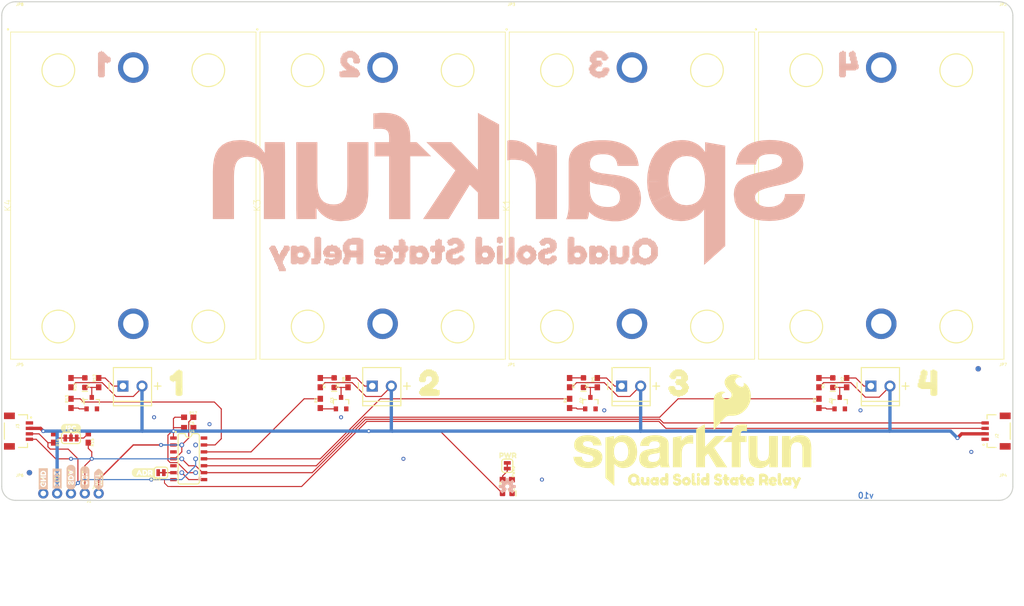
<source format=kicad_pcb>
(kicad_pcb (version 20211014) (generator pcbnew)
  (layers (0 "F.Cu" signal) (31 "B.Cu" signal) (34 "B.Paste" user) (35 "F.Paste" user) (36 "B.SilkS" user "B.Silkscreen") (37 "F.SilkS" user "F.Silkscreen") (38 "B.Mask" user) (39 "F.Mask" user) (44 "Edge.Cuts" user))
  (net 0 "")
  (net 1 "GND")
  (net 2 "SDA/MOSI")
  (net 3 "SCL/SCK")
  (net 4 "3.3V")
  (net 5 "~{RESET}")
  (net 6 "N$13")
  (net 7 "MISO")
  (net 8 "RELAY_CTRL1")
  (net 9 "RELAY_CTRL2")
  (net 10 "RELAY_CTRL3")
  (net 11 "RELAY_CTRL4")
  (net 12 "ADDR_JUMP")
  (net 13 "N$14")
  (net 14 "N$2")
  (net 15 "OPTO_1")
  (net 16 "N$10")
  (net 17 "N$7")
  (net 18 "N$1")
  (net 19 "OPTO_2")
  (net 20 "N$3")
  (net 21 "N$4")
  (net 22 "N$5")
  (net 23 "OPTO_3")
  (net 24 "N$6")
  (net 25 "N$8")
  (net 26 "N$9")
  (net 27 "OPTO_4")
  (net 28 "N$11")
  (net 29 "N$12")
  (net 30 "N$15")
  (net 31 "N$16")
  (footprint "boardEagle:STAND-OFF" (layer "F.Cu") (at 58.3311 127.8636)
    (fp_text reference "JP5" (at 0 -2.032) (layer "F.SilkS") (effects (font (size 0.512064 0.512064) (thickness 0.097536)) (justify left)))
    (fp_text value "STAND-OFF")
    (pad "" np_thru_hole circle (at 0 0) (size 3.302 3.302) (drill 3.302) (layers *.Cu *.Mask))
  )
  (footprint "boardEagle:!RST_I" (layer "F.Cu") (at 73.5711 149.0726 90)
    (fp_text reference "U$24" hide)
    (fp_text value "" hide)
  )
  (footprint "boardEagle:1X01_NO_SILK" (layer "F.Cu") (at 73.5711 149.4536)
    (fp_text reference "J4" (at -1.27 -1.143) (layer "F.SilkS") (effects (font (size 0.512064 0.512064) (thickness 0.097536)) (justify left)))
    (fp_text value "")
    (pad "1" thru_hole circle (at 0 0 90) (size 1.8796 1.8796) (drill 1.016) (layers *.Cu *.Mask) (net 5 "~{RESET}"))
  )
  (footprint "boardEagle:QUAD_SOLID_STATE_RELAY0" (layer "F.Cu") (at 168.8211 146.9136)
    (fp_text reference "U$3" hide)
    (fp_text value "" hide)
  )
  (footprint "boardEagle:STAND-OFF" (layer "F.Cu") (at 58.3311 61.8236)
    (fp_text reference "JP8" (at 0 -2.032) (layer "F.SilkS") (effects (font (size 0.512064 0.512064) (thickness 0.097536)) (justify left)))
    (fp_text value "STAND-OFF")
    (pad "" np_thru_hole circle (at 0 0) (size 3.302 3.302) (drill 3.302) (layers *.Cu *.Mask))
  )
  (footprint "boardEagle:0603" (layer "F.Cu") (at 90.0811 135.4836)
    (fp_text reference "R17" (at 0 -0.762) (layer "F.SilkS") (effects (font (size 0.512064 0.512064) (thickness 0.097536)) (justify left)))
    (fp_text value "4.7k")
    (pad "1" smd rect (at -0.85 0) (size 1.1 1) (layers "F.Cu" "F.Paste" "F.Mask") (net 4 "3.3V"))
    (pad "2" smd rect (at 0.85 0) (size 1.1 1) (layers "F.Cu" "F.Paste" "F.Mask") (net 5 "~{RESET}"))
  )
  (footprint "boardEagle:SDA_IO" (layer "F.Cu") (at 68.4911 148.8186 90)
    (fp_text reference "U$20" hide)
    (fp_text value "" hide)
  )
  (footprint "boardEagle:1X04_NO_SILK" (layer "F.Cu") (at 71.0311 149.4536 180)
    (fp_text reference "J1" (at -1.27 -1.397) (layer "F.SilkS") (effects (font (size 0.512064 0.512064) (thickness 0.097536)) (justify right)))
    (fp_text value "")
    (pad "1" thru_hole circle (at 0 0 270) (size 1.8796 1.8796) (drill 1.016) (layers *.Cu *.Mask) (net 3 "SCL/SCK"))
    (pad "2" thru_hole circle (at 2.54 0 270) (size 1.8796 1.8796) (drill 1.016) (layers *.Cu *.Mask) (net 2 "SDA/MOSI"))
    (pad "3" thru_hole circle (at 5.08 0 270) (size 1.8796 1.8796) (drill 1.016) (layers *.Cu *.Mask) (net 4 "3.3V"))
    (pad "4" thru_hole circle (at 7.62 0 270) (size 1.8796 1.8796) (drill 1.016) (layers *.Cu *.Mask) (net 1 "GND"))
  )
  (footprint "boardEagle:0603" (layer "F.Cu") (at 90.0811 137.3886)
    (fp_text reference "C5" (at 0 -0.762) (layer "F.SilkS") (effects (font (size 0.512064 0.512064) (thickness 0.097536)) (justify left)))
    (fp_text value "0.1uF")
    (pad "1" smd rect (at -0.85 0) (size 1.1 1) (layers "F.Cu" "F.Paste" "F.Mask") (net 4 "3.3V"))
    (pad "2" smd rect (at 0.85 0) (size 1.1 1) (layers "F.Cu" "F.Paste" "F.Mask") (net 1 "GND"))
  )
  (footprint "boardEagle:0603" (layer "F.Cu") (at 114.2111 129.1336 -90)
    (fp_text reference "R7" (at 0 -0.762 90) (layer "F.SilkS") (effects (font (size 0.512064 0.512064) (thickness 0.097536)) (justify right)))
    (fp_text value "1k")
    (pad "1" smd rect (at -0.85 0 270) (size 1.1 1) (layers "F.Cu" "F.Paste" "F.Mask") (net 25 "N$8"))
    (pad "2" smd rect (at 0.85 0 270) (size 1.1 1) (layers "F.Cu" "F.Paste" "F.Mask") (net 4 "3.3V"))
  )
  (footprint "boardEagle:JST04_1MM_RA" (layer "F.Cu") (at 60.8711 138.0236 -90)
    (fp_text reference "J3" (at -1.397 2.159 90) (layer "F.SilkS") (effects (font (size 0.512064 0.512064) (thickness 0.097536)) (justify right)))
    (fp_text value "Qwiic Right Angle")
    (pad "1" smd rect (at -1.5 0 270) (size 0.6 1.35) (layers "F.Cu" "F.Paste" "F.Mask") (net 1 "GND"))
    (pad "2" smd rect (at -0.5 0 270) (size 0.6 1.35) (layers "F.Cu" "F.Paste" "F.Mask") (net 4 "3.3V"))
    (pad "3" smd rect (at 0.5 0 270) (size 0.6 1.35) (layers "F.Cu" "F.Paste" "F.Mask") (net 2 "SDA/MOSI"))
    (pad "4" smd rect (at 1.5 0 270) (size 0.6 1.35) (layers "F.Cu" "F.Paste" "F.Mask") (net 3 "SCL/SCK"))
    (pad "NC1" smd rect (at 2.8 3.675 270) (size 1.2 2) (layers "F.Cu" "F.Paste" "F.Mask"))
    (pad "NC2" smd rect (at -2.8 3.675 270) (size 1.2 2) (layers "F.Cu" "F.Paste" "F.Mask"))
  )
  (footprint "boardEagle:STAND-OFF" (layer "F.Cu") (at 238.6711 148.1836)
    (fp_text reference "JP4" (at 0 -2.032) (layer "F.SilkS") (effects (font (size 0.512064 0.512064) (thickness 0.097536)) (justify left)))
    (fp_text value "STAND-OFF")
    (pad "" np_thru_hole circle (at 0 0) (size 3.302 3.302) (drill 3.302) (layers *.Cu *.Mask))
  )
  (footprint "boardEagle:0603" (layer "F.Cu") (at 148.5011 146.9136 180)
    (fp_text reference "R11" (at 0 -0.762) (layer "F.SilkS") (effects (font (size 0.512064 0.512064) (thickness 0.097536)) (justify right)))
    (fp_text value "1k")
    (pad "1" smd rect (at -0.85 0 180) (size 1.1 1) (layers "F.Cu" "F.Paste" "F.Mask") (net 6 "N$13"))
    (pad "2" smd rect (at 0.85 0 180) (size 1.1 1) (layers "F.Cu" "F.Paste" "F.Mask") (net 13 "N$14"))
  )
  (footprint "boardEagle:SSR-40DA-H" (layer "F.Cu") (at 125.6411 94.8436 90)
    (fp_text reference "K3" (at -3 -23 90) (layer "F.SilkS") (effects (font (size 1.176528 1.176528) (thickness 0.093472)) (justify left)))
    (fp_text value "Solid State Relay - 40A")
    (pad "3" thru_hole circle (at -34.925 1.595) (size 2.032 2.032) (drill 1.2) (layers *.Cu *.Mask) (net 4 "3.3V"))
    (pad "4" thru_hole rect (at -34.925 -1.905) (size 2.032 2.032) (drill 1.2) (layers *.Cu *.Mask) (net 24 "N$6"))
    (pad "H1" thru_hole circle (at -23.5 0 90) (size 5.6 5.6) (drill 3.73) (layers *.Cu *.Mask))
    (pad "H2" thru_hole circle (at 23.49 0 90) (size 5.6 5.6) (drill 3.73) (layers *.Cu *.Mask))
  )
  (footprint "boardEagle:STAND-OFF" (layer "F.Cu") (at 148.5011 127.8636)
    (fp_text reference "JP1" (at 0 -2.032) (layer "F.SilkS") (effects (font (size 0.512064 0.512064) (thickness 0.097536)) (justify left)))
    (fp_text value "STAND-OFF")
    (pad "" np_thru_hole circle (at 0 0) (size 3.302 3.302) (drill 3.302) (layers *.Cu *.Mask))
  )
  (footprint "boardEagle:SSR-40DA-H" (layer "F.Cu") (at 171.3611 94.8436 90)
    (fp_text reference "K1" (at -3 -23 90) (layer "F.SilkS") (effects (font (size 1.176528 1.176528) (thickness 0.093472)) (justify left)))
    (fp_text value "Solid State Relay - 40A")
    (pad "3" thru_hole circle (at -34.925 1.595) (size 2.032 2.032) (drill 1.2) (layers *.Cu *.Mask) (net 4 "3.3V"))
    (pad "4" thru_hole rect (at -34.925 -1.905) (size 2.032 2.032) (drill 1.2) (layers *.Cu *.Mask) (net 20 "N$3"))
    (pad "H1" thru_hole circle (at -23.5 0 90) (size 5.6 5.6) (drill 3.73) (layers *.Cu *.Mask))
    (pad "H2" thru_hole circle (at 23.49 0 90) (size 5.6 5.6) (drill 3.73) (layers *.Cu *.Mask))
  )
  (footprint "boardEagle:0603" (layer "F.Cu") (at 73.5711 129.1336 90)
    (fp_text reference "R12" (at 0 -0.762 90) (layer "F.SilkS") (effects (font (size 0.512064 0.512064) (thickness 0.097536)) (justify left)))
    (fp_text value "47")
    (pad "1" smd rect (at -0.85 0 90) (size 1.1 1) (layers "F.Cu" "F.Paste" "F.Mask") (net 26 "N$9"))
    (pad "2" smd rect (at 0.85 0 90) (size 1.1 1) (layers "F.Cu" "F.Paste" "F.Mask") (net 28 "N$11"))
  )
  (footprint "boardEagle:0603" (layer "F.Cu") (at 210.7311 129.1336 90)
    (fp_text reference "R2" (at 0 -0.762 90) (layer "F.SilkS") (effects (font (size 0.512064 0.512064) (thickness 0.097536)) (justify left)))
    (fp_text value "47")
    (pad "1" smd rect (at -0.85 0 90) (size 1.1 1) (layers "F.Cu" "F.Paste" "F.Mask") (net 14 "N$2"))
    (pad "2" smd rect (at 0.85 0 90) (size 1.1 1) (layers "F.Cu" "F.Paste" "F.Mask") (net 16 "N$10"))
  )
  (footprint "boardEagle:SFE_LOGO_NAME_FLAME_.4" (layer "F.Cu") (at 159.9311 148.1836)
    (fp_text reference "U$1" hide)
    (fp_text value "" hide)
  )
  (footprint "boardEagle:LED-0603" (layer "F.Cu") (at 148.5011 149.4536)
    (fp_text reference "D11" (at 0 -0.635) (layer "F.SilkS") (effects (font (size 0.512064 0.512064) (thickness 0.097536)) (justify left)))
    (fp_text value "RED")
    (pad "A" smd roundrect (at -0.877 0 270) (size 1 1) (layers "F.Cu" "F.Paste" "F.Mask") (roundrect_rratio 0.15) (net 4 "3.3V"))
    (pad "C" smd roundrect (at 0.877 0 270) (size 1 1) (layers "F.Cu" "F.Paste" "F.Mask") (roundrect_rratio 0.15) (net 6 "N$13"))
  )
  (footprint "boardEagle:44" (layer "F.Cu") (at 219.6211 129.1336)
    (fp_text reference "U$8" hide)
    (fp_text value "" hide)
  )
  (footprint "boardEagle:0603" (layer "F.Cu") (at 119.2911 129.1336 90)
    (fp_text reference "R8" (at 0 -0.762 90) (layer "F.SilkS") (effects (font (size 0.512064 0.512064) (thickness 0.097536)) (justify left)))
    (fp_text value "47")
    (pad "1" smd rect (at -0.85 0 90) (size 1.1 1) (layers "F.Cu" "F.Paste" "F.Mask") (net 22 "N$5"))
    (pad "2" smd rect (at 0.85 0 90) (size 1.1 1) (layers "F.Cu" "F.Paste" "F.Mask") (net 24 "N$6"))
  )
  (footprint "boardEagle:0603" (layer "F.Cu") (at 159.9311 129.1336 -90)
    (fp_text reference "R4" (at 0 -0.762 90) (layer "F.SilkS") (effects (font (size 0.512064 0.512064) (thickness 0.097536)) (justify right)))
    (fp_text value "1k")
    (pad "1" smd rect (at -0.85 0 270) (size 1.1 1) (layers "F.Cu" "F.Paste" "F.Mask") (net 21 "N$4"))
    (pad "2" smd rect (at 0.85 0 270) (size 1.1 1) (layers "F.Cu" "F.Paste" "F.Mask") (net 4 "3.3V"))
  )
  (footprint "boardEagle:LED-0603" (layer "F.Cu") (at 208.1911 129.1336 -90)
    (fp_text reference "D1" (at 0 -0.635 90) (layer "F.SilkS") (effects (font (size 0.512064 0.512064) (thickness 0.097536)) (justify right)))
    (fp_text value "BLUE")
    (pad "A" smd roundrect (at -0.877 0 180) (size 1 1) (layers "F.Cu" "F.Paste" "F.Mask") (roundrect_rratio 0.15) (net 17 "N$7"))
    (pad "C" smd roundrect (at 0.877 0 180) (size 1 1) (layers "F.Cu" "F.Paste" "F.Mask") (roundrect_rratio 0.15) (net 14 "N$2"))
  )
  (footprint "boardEagle:STAND-OFF" (layer "F.Cu") (at 238.6711 127.8636)
    (fp_text reference "JP7" (at 0 -2.032) (layer "F.SilkS") (effects (font (size 0.512064 0.512064) (thickness 0.097536)) (justify left)))
    (fp_text value "STAND-OFF")
    (pad "" np_thru_hole circle (at 0 0) (size 3.302 3.302) (drill 3.302) (layers *.Cu *.Mask))
  )
  (footprint "boardEagle:0603" (layer "F.Cu") (at 114.2111 132.9436 90)
    (fp_text reference "R9" (at 0 -0.762 90) (layer "F.SilkS") (effects (font (size 0.512064 0.512064) (thickness 0.097536)) (justify left)))
    (fp_text value "1k")
    (pad "1" smd rect (at -0.85 0 90) (size 1.1 1) (layers "F.Cu" "F.Paste" "F.Mask") (net 23 "OPTO_3"))
    (pad "2" smd rect (at 0.85 0 90) (size 1.1 1) (layers "F.Cu" "F.Paste" "F.Mask") (net 10 "RELAY_CTRL3"))
  )
  (footprint "boardEagle:STAND-OFF" (layer "F.Cu") (at 238.6711 61.8236)
    (fp_text reference "JP2" (at 0 -2.032) (layer "F.SilkS") (effects (font (size 0.512064 0.512064) (thickness 0.097536)) (justify left)))
    (fp_text value "STAND-OFF")
    (pad "" np_thru_hole circle (at 0 0) (size 3.302 3.302) (drill 3.302) (layers *.Cu *.Mask))
  )
  (footprint "boardEagle:STAND-OFF" (layer "F.Cu") (at 58.3311 148.1836)
    (fp_text reference "JP6" (at 0 -2.032) (layer "F.SilkS") (effects (font (size 0.512064 0.512064) (thickness 0.097536)) (justify left)))
    (fp_text value "STAND-OFF")
    (pad "" np_thru_hole circle (at 0 0) (size 3.302 3.302) (drill 3.302) (layers *.Cu *.Mask))
  )
  (footprint "boardEagle:JST04_1MM_RA" (layer "F.Cu") (at 236.1311 138.0236 90)
    (fp_text reference "J2" (at -1.397 2.159 90) (layer "F.SilkS") (effects (font (size 0.512064 0.512064) (thickness 0.097536)) (justify left)))
    (fp_text value "Qwiic Right Angle")
    (pad "1" smd rect (at -1.5 0 90) (size 0.6 1.35) (layers "F.Cu" "F.Paste" "F.Mask") (net 1 "GND"))
    (pad "2" smd rect (at -0.5 0 90) (size 0.6 1.35) (layers "F.Cu" "F.Paste" "F.Mask") (net 4 "3.3V"))
    (pad "3" smd rect (at 0.5 0 90) (size 0.6 1.35) (layers "F.Cu" "F.Paste" "F.Mask") (net 2 "SDA/MOSI"))
    (pad "4" smd rect (at 1.5 0 90) (size 0.6 1.35) (layers "F.Cu" "F.Paste" "F.Mask") (net 3 "SCL/SCK"))
    (pad "NC1" smd rect (at 2.8 3.675 90) (size 1.2 2) (layers "F.Cu" "F.Paste" "F.Mask"))
    (pad "NC2" smd rect (at -2.8 3.675 90) (size 1.2 2) (layers "F.Cu" "F.Paste" "F.Mask"))
  )
  (footprint "boardEagle:SMT-JUMPER_3_2-NC_TRACE_SILK" (layer "F.Cu") (at 68.4911 139.2936)
    (fp_text reference "I2C0" (at 0 -1.143) (layer "F.SilkS") (effects (font (size 0.512064 0.512064) (thickness 0.097536)) (justify left)))
    (fp_text value "JUMPER-SMT_3_2-NC_TRACE_SILK")
    (fp_poly (pts (xy 0.7112 0.13335) (xy -0.7112 0.13335) (xy -0.7112 -0.13335) (xy 0.7112 -0.13335)) (layer "F.Cu") (width 0) (fill solid))
    (pad "1" smd rect (at -1.0414 0) (size 0.6604 1.27) (layers "F.Cu" "F.Mask") (net 31 "N$16"))
    (pad "2" smd rect (at 0 0) (size 0.6604 1.27) (layers "F.Cu" "F.Mask") (net 4 "3.3V"))
    (pad "3" smd rect (at 1.0414 0) (size 0.6604 1.27) (layers "F.Cu" "F.Mask") (net 30 "N$15"))
  )
  (footprint "boardEagle:0603" (layer "F.Cu") (at 205.6511 129.1336 -90)
    (fp_text reference "R1" (at 0 -0.762 90) (layer "F.SilkS") (effects (font (size 0.512064 0.512064) (thickness 0.097536)) (justify right)))
    (fp_text value "1k")
    (pad "1" smd rect (at -0.85 0 270) (size 1.1 1) (layers "F.Cu" "F.Paste" "F.Mask") (net 17 "N$7"))
    (pad "2" smd rect (at 0.85 0 270) (size 1.1 1) (layers "F.Cu" "F.Paste" "F.Mask") (net 4 "3.3V"))
  )
  (footprint "boardEagle:LED-0603" (layer "F.Cu") (at 71.0311 129.1336 -90)
    (fp_text reference "D4" (at 0 -0.635 90) (layer "F.SilkS") (effects (font (size 0.512064 0.512064) (thickness 0.097536)) (justify right)))
    (fp_text value "BLUE")
    (pad "A" smd roundrect (at -0.877 0 180) (size 1 1) (layers "F.Cu" "F.Paste" "F.Mask") (roundrect_rratio 0.15) (net 29 "N$12"))
    (pad "C" smd roundrect (at 0.877 0 180) (size 1 1) (layers "F.Cu" "F.Paste" "F.Mask") (roundrect_rratio 0.15) (net 26 "N$9"))
  )
  (footprint "boardEagle:0603" (layer "F.Cu") (at 68.4911 132.9436 90)
    (fp_text reference "R13" (at 0 -0.762 90) (layer "F.SilkS") (effects (font (size 0.512064 0.512064) (thickness 0.097536)) (justify left)))
    (fp_text value "1k")
    (pad "1" smd rect (at -0.85 0 90) (size 1.1 1) (layers "F.Cu" "F.Paste" "F.Mask") (net 27 "OPTO_4"))
    (pad "2" smd rect (at 0.85 0 90) (size 1.1 1) (layers "F.Cu" "F.Paste" "F.Mask") (net 11 "RELAY_CTRL4"))
  )
  (footprint "boardEagle:22" (layer "F.Cu") (at 128.1811 129.1336)
    (fp_text reference "U$6" hide)
    (fp_text value "" hide)
  )
  (footprint "boardEagle:11" (layer "F.Cu") (at 82.4611 129.1336)
    (fp_text reference "U$5" hide)
    (fp_text value "" hide)
  )
  (footprint "boardEagle:SO14" (layer "F.Cu") (at 90.0811 143.1036 -90)
    (fp_text reference "U4" (at -5.08 0) (layer "F.SilkS") (effects (font (size 0.512064 0.512064) (thickness 0.097536)) (justify left)))
    (fp_text value "ATTINY84-ARDUINO")
    (pad "1" smd rect (at -3.81 2.8 270) (size 0.6 1.2) (layers "F.Cu" "F.Paste" "F.Mask") (net 4 "3.3V"))
    (pad "2" smd rect (at -2.54 2.8 270) (size 0.6 1.2) (layers "F.Cu" "F.Paste" "F.Mask"))
    (pad "3" smd rect (at -1.27 2.8 270) (size 0.6 1.2) (layers "F.Cu" "F.Paste" "F.Mask"))
    (pad "4" smd rect (at 0 2.8 270) (size 0.6 1.2) (layers "F.Cu" "F.Paste" "F.Mask") (net 5 "~{RESET}"))
    (pad "5" smd rect (at 1.27 2.8 270) (size 0.6 1.2) (layers "F.Cu" "F.Paste" "F.Mask"))
    (pad "6" smd rect (at 2.54 2.8 270) (size 0.6 1.2) (layers "F.Cu" "F.Paste" "F.Mask") (net 12 "ADDR_JUMP"))
    (pad "7" smd rect (at 3.81 2.8 270) (size 0.6 1.2) (layers "F.Cu" "F.Paste" "F.Mask") (net 2 "SDA/MOSI"))
    (pad "8" smd rect (at 3.81 -2.8 270) (size 0.6 1.2) (layers "F.Cu" "F.Paste" "F.Mask") (net 7 "MISO"))
    (pad "9" smd rect (at 2.54 -2.8 270) (size 0.6 1.2) (layers "F.Cu" "F.Paste" "F.Mask") (net 3 "SCL/SCK"))
    (pad "10" smd rect (at 1.27 -2.8 270) (size 0.6 1.2) (layers "F.Cu" "F.Paste" "F.Mask") (net 8 "RELAY_CTRL1"))
    (pad "11" smd rect (at 0 -2.8 270) (size 0.6 1.2) (layers "F.Cu" "F.Paste" "F.Mask") (net 9 "RELAY_CTRL2"))
    (pad "12" smd rect (at -1.27 -2.8 270) (size 0.6 1.2) (layers "F.Cu" "F.Paste" "F.Mask") (net 10 "RELAY_CTRL3"))
    (pad "13" smd rect (at -2.54 -2.8 270) (size 0.6 1.2) (layers "F.Cu" "F.Paste" "F.Mask") (net 11 "RELAY_CTRL4"))
    (pad "14" smd rect (at -3.81 -2.8 270) (size 0.6 1.2) (layers "F.Cu" "F.Paste" "F.Mask") (net 1 "GND"))
  )
  (footprint "boardEagle:PWR_TO" (layer "F.Cu") (at 146.0881 142.4686)
    (fp_text reference "U$22" hide)
    (fp_text value "" hide)
  )
  (footprint "boardEagle:SSR-40DA-H" (layer "F.Cu") (at 79.9211 94.8436 90)
    (fp_text reference "K4" (at -3 -23 90) (layer "F.SilkS") (effects (font (size 1.176528 1.176528) (thickness 0.093472)) (justify left)))
    (fp_text value "Solid State Relay - 40A")
    (pad "3" thru_hole circle (at -34.925 1.595) (size 2.032 2.032) (drill 1.2) (layers *.Cu *.Mask) (net 4 "3.3V"))
    (pad "4" thru_hole rect (at -34.925 -1.905) (size 2.032 2.032) (drill 1.2) (layers *.Cu *.Mask) (net 28 "N$11"))
    (pad "H1" thru_hole circle (at -23.5 0 90) (size 5.6 5.6) (drill 3.73) (layers *.Cu *.Mask))
    (pad "H2" thru_hole circle (at 23.49 0 90) (size 5.6 5.6) (drill 3.73) (layers *.Cu *.Mask))
  )
  (footprint "boardEagle:SMT-JUMPER_2_NC_TRACE_SILK" (layer "F.Cu") (at 148.5011 144.3736 -90)
    (fp_text reference "PWR0" (at 0 -1.143 90) (layer "F.SilkS") (effects (font (size 0.512064 0.512064) (thickness 0.097536)) (justify right)))
    (fp_text value "JUMPER-SMT_2_NC_TRACE_SILK")
    (fp_poly (pts (xy 0.1905 0.13335) (xy -0.70485 0.13335) (xy -0.70485 -0.13335) (xy 0.1905 -0.13335)) (layer "F.Cu") (width 0) (fill solid))
    (pad "1" smd rect (at -0.5207 0 270) (size 0.6604 1.27) (layers "F.Cu" "F.Mask") (net 1 "GND"))
    (pad "2" smd rect (at 0.5207 0 270) (size 0.6604 1.27) (layers "F.Cu" "F.Mask") (net 13 "N$14"))
  )
  (footprint "boardEagle:STAND-OFF" (layer "F.Cu") (at 148.5011 61.8236)
    (fp_text reference "JP3" (at 0 -2.032) (layer "F.SilkS") (effects (font (size 0.512064 0.512064) (thickness 0.097536)) (justify left)))
    (fp_text value "STAND-OFF")
    (pad "" np_thru_hole circle (at 0 0) (size 3.302 3.302) (drill 3.302) (layers *.Cu *.Mask))
  )
  (footprint "boardEagle:FIDUCIAL-1X2" (layer "F.Cu") (at 234.8611 126.5936)
    (fp_text reference "FD1" hide)
    (fp_text value "FIDUCIAL1X2" hide)
    (pad "1" smd roundrect (at 0 0) (size 1 1) (layers "F.Cu" "F.Mask") (roundrect_rratio 0.5))
  )
  (footprint "boardEagle:LED-0603" (layer "F.Cu") (at 162.4711 129.1336 -90)
    (fp_text reference "D2" (at 0 -0.635 90) (layer "F.SilkS") (effects (font (size 0.512064 0.512064) (thickness 0.097536)) (justify right)))
    (fp_text value "BLUE")
    (pad "A" smd roundrect (at -0.877 0 180) (size 1 1) (layers "F.Cu" "F.Paste" "F.Mask") (roundrect_rratio 0.15) (net 21 "N$4"))
    (pad "C" smd roundrect (at 0.877 0 180) (size 1 1) (layers "F.Cu" "F.Paste" "F.Mask") (roundrect_rratio 0.15) (net 18 "N$1"))
  )
  (footprint "boardEagle:SMT-JUMPER_2_NC_TRACE_SILK" (layer "F.Cu") (at 85.0011 145.6436 180)
    (fp_text reference "ADR0" (at 0 -1.143) (layer "F.SilkS") (effects (font (size 0.512064 0.512064) (thickness 0.097536)) (justify right)))
    (fp_text value "JUMPER-SMT_2_NC_TRACE_SILK")
    (fp_poly (pts (xy 0.1905 0.13335) (xy -0.70485 0.13335) (xy -0.70485 -0.13335) (xy 0.1905 -0.13335)) (layer "F.Cu") (width 0) (fill solid))
    (pad "1" smd rect (at -0.5207 0 180) (size 0.6604 1.27) (layers "F.Cu" "F.Mask") (net 12 "ADDR_JUMP"))
    (pad "2" smd rect (at 0.5207 0 180) (size 0.6604 1.27) (layers "F.Cu" "F.Mask") (net 1 "GND"))
  )
  (footprint "boardEagle:ADR3" (layer "F.Cu") (at 79.5401 145.6436)
    (fp_text reference "U$23" hide)
    (fp_text value "" hide)
  )
  (footprint "boardEagle:33" (layer "F.Cu") (at 173.9011 129.1336)
    (fp_text reference "U$7" hide)
    (fp_text value "" hide)
  )
  (footprint "boardEagle:GND_P" (layer "F.Cu") (at 63.4111 149.1996 90)
    (fp_text reference "U$13" hide)
    (fp_text value "" hide)
  )
  (footprint "boardEagle:SOT23-3" (layer "F.Cu") (at 118.0211 132.9436)
    (fp_text reference "Q3" (at -1.651 0 90) (layer "F.SilkS") (effects (font (size 0.512064 0.512064) (thickness 0.097536)) (justify left)))
    (fp_text value "600mA/40V")
    (pad "1" smd rect (at -0.95 1) (size 0.8 0.9) (layers "F.Cu" "F.Paste" "F.Mask") (net 23 "OPTO_3"))
    (pad "2" smd rect (at 0.95 1) (size 0.8 0.9) (layers "F.Cu" "F.Paste" "F.Mask") (net 1 "GND"))
    (pad "3" smd rect (at 0 -1.1) (size 0.8 0.9) (layers "F.Cu" "F.Paste" "F.Mask") (net 22 "N$5"))
  )
  (footprint "boardEagle:SOT23-3" (layer "F.Cu") (at 163.7411 132.9436)
    (fp_text reference "Q2" (at -1.651 0 90) (layer "F.SilkS") (effects (font (size 0.512064 0.512064) (thickness 0.097536)) (justify left)))
    (fp_text value "600mA/40V")
    (pad "1" smd rect (at -0.95 1) (size 0.8 0.9) (layers "F.Cu" "F.Paste" "F.Mask") (net 19 "OPTO_2"))
    (pad "2" smd rect (at 0.95 1) (size 0.8 0.9) (layers "F.Cu" "F.Paste" "F.Mask") (net 1 "GND"))
    (pad "3" smd rect (at 0 -1.1) (size 0.8 0.9) (layers "F.Cu" "F.Paste" "F.Mask") (net 18 "N$1"))
  )
  (footprint "boardEagle:I2C" (layer "F.Cu") (at 66.5861 137.5156)
    (fp_text reference "U$15" hide)
    (fp_text value "" hide)
  )
  (footprint "boardEagle:0603" (layer "F.Cu") (at 205.6511 132.9436 90)
    (fp_text reference "R3" (at 0 -0.762 90) (layer "F.SilkS") (effects (font (size 0.512064 0.512064) (thickness 0.097536)) (justify left)))
    (fp_text value "1k")
    (pad "1" smd rect (at -0.85 0 90) (size 1.1 1) (layers "F.Cu" "F.Paste" "F.Mask") (net 15 "OPTO_1"))
    (pad "2" smd rect (at 0.85 0 90) (size 1.1 1) (layers "F.Cu" "F.Paste" "F.Mask") (net 8 "RELAY_CTRL1"))
  )
  (footprint "boardEagle:0603" (layer "F.Cu") (at 65.3161 139.2936 -90)
    (fp_text reference "R14" (at 0 -0.762 90) (layer "F.SilkS") (effects (font (size 0.512064 0.512064) (thickness 0.097536)) (justify right)))
    (fp_text value "4.7k")
    (pad "1" smd rect (at -0.85 0 270) (size 1.1 1) (layers "F.Cu" "F.Paste" "F.Mask") (net 31 "N$16"))
    (pad "2" smd rect (at 0.85 0 270) (size 1.1 1) (layers "F.Cu" "F.Paste" "F.Mask") (net 2 "SDA/MOSI"))
  )
  (footprint "boardEagle:0603" (layer "F.Cu") (at 71.6661 139.2936 -90)
    (fp_text reference "R15" (at 0 -0.762 90) (layer "F.SilkS") (effects (font (size 0.512064 0.512064) (thickness 0.097536)) (justify right)))
    (fp_text value "4.7k")
    (pad "1" smd rect (at -0.85 0 270) (size 1.1 1) (layers "F.Cu" "F.Paste" "F.Mask") (net 30 "N$15"))
    (pad "2" smd rect (at 0.85 0 270) (size 1.1 1) (layers "F.Cu" "F.Paste" "F.Mask") (net 3 "SCL/SCK"))
  )
  (footprint "boardEagle:LED-0603" (layer "F.Cu") (at 116.7511 129.1336 -90)
    (fp_text reference "D3" (at 0 -0.635 90) (layer "F.SilkS") (effects (font (size 0.512064 0.512064) (thickness 0.097536)) (justify right)))
    (fp_text value "BLUE")
    (pad "A" smd roundrect (at -0.877 0 180) (size 1 1) (layers "F.Cu" "F.Paste" "F.Mask") (roundrect_rratio 0.15) (net 25 "N$8"))
    (pad "C" smd roundrect (at 0.877 0 180) (size 1 1) (layers "F.Cu" "F.Paste" "F.Mask") (roundrect_rratio 0.15) (net 22 "N$5"))
  )
  (footprint "boardEagle:SCL_IO" (layer "F.Cu") (at 71.0311 148.8186 90)
    (fp_text reference "U$18" hide)
    (fp_text value "" hide)
  )
  (footprint "boardEagle:SOT23-3" (layer "F.Cu") (at 72.3011 132.9436)
    (fp_text reference "Q4" (at -1.651 0 90) (layer "F.SilkS") (effects (font (size 0.512064 0.512064) (thickness 0.097536)) (justify left)))
    (fp_text value "600mA/40V")
    (pad "1" smd rect (at -0.95 1) (size 0.8 0.9) (layers "F.Cu" "F.Paste" "F.Mask") (net 27 "OPTO_4"))
    (pad "2" smd rect (at 0.95 1) (size 0.8 0.9) (layers "F.Cu" "F.Paste" "F.Mask") (net 1 "GND"))
    (pad "3" smd rect (at 0 -1.1) (size 0.8 0.9) (layers "F.Cu" "F.Paste" "F.Mask") (net 26 "N$9"))
  )
  (footprint "boardEagle:SSR-40DA-H" (layer "F.Cu") (at 217.0811 94.8436 90)
    (fp_text reference "K2" (at -3 -23 90) (layer "F.SilkS") (effects (font (size 1.176528 1.176528) (thickness 0.093472)) (justify left)))
    (fp_text value "Solid State Relay - 40A")
    (pad "3" thru_hole circle (at -34.925 1.595) (size 2.032 2.032) (drill 1.2) (layers *.Cu *.Mask) (net 4 "3.3V"))
    (pad "4" thru_hole rect (at -34.925 -1.905) (size 2.032 2.032) (drill 1.2) (layers *.Cu *.Mask) (net 16 "N$10"))
    (pad "H1" thru_hole circle (at -23.5 0 90) (size 5.6 5.6) (drill 3.73) (layers *.Cu *.Mask))
    (pad "H2" thru_hole circle (at 23.49 0 90) (size 5.6 5.6) (drill 3.73) (layers *.Cu *.Mask))
  )
  (footprint "boardEagle:FIDUCIAL-1X2" (layer "F.Cu") (at 60.8711 145.6436)
    (fp_text reference "FD4" hide)
    (fp_text value "FIDUCIAL1X2" hide)
    (pad "1" smd roundrect (at 0 0) (size 1 1) (layers "F.Cu" "F.Mask") (roundrect_rratio 0.5))
  )
  (footprint "boardEagle:CREATIVE_COMMONS" (layer "F.Cu") (at 123.1011 169.7736)
    (fp_text reference "FRAME1" hide)
    (fp_text value "FRAME-LETTER" hide)
  )
  (footprint "boardEagle:QUAD_SOLID_STATE_RELAY0" (layer "F.Cu") (at 168.8211 146.9136)
    (fp_text reference "U$4" hide)
    (fp_text value "" hide)
  )
  (footprint "boardEagle:0603" (layer "F.Cu") (at 159.9311 132.9436 90)
    (fp_text reference "R6" (at 0 -0.762 90) (layer "F.SilkS") (effects (font (size 0.512064 0.512064) (thickness 0.097536)) (justify left)))
    (fp_text value "1k")
    (pad "1" smd rect (at -0.85 0 90) (size 1.1 1) (layers "F.Cu" "F.Paste" "F.Mask") (net 19 "OPTO_2"))
    (pad "2" smd rect (at 0.85 0 90) (size 1.1 1) (layers "F.Cu" "F.Paste" "F.Mask") (net 9 "RELAY_CTRL2"))
  )
  (footprint "boardEagle:0603" (layer "F.Cu") (at 165.0111 129.1336 90)
    (fp_text reference "R5" (at 0 -0.762 90) (layer "F.SilkS") (effects (font (size 0.512064 0.512064) (thickness 0.097536)) (justify left)))
    (fp_text value "47")
    (pad "1" smd rect (at -0.85 0 90) (size 1.1 1) (layers "F.Cu" "F.Paste" "F.Mask") (net 18 "N$1"))
    (pad "2" smd rect (at 0.85 0 90) (size 1.1 1) (layers "F.Cu" "F.Paste" "F.Mask") (net 20 "N$3"))
  )
  (footprint "boardEagle:3V3_P" (layer "F.Cu") (at 65.9511 149.0726 90)
    (fp_text reference "U$16" hide)
    (fp_text value "" hide)
  )
  (footprint "boardEagle:0603" (layer "F.Cu") (at 68.4911 129.1336 -90)
    (fp_text reference "R10" (at 0 -0.762 90) (layer "F.SilkS") (effects (font (size 0.512064 0.512064) (thickness 0.097536)) (justify right)))
    (fp_text value "1k")
    (pad "1" smd rect (at -0.85 0 270) (size 1.1 1) (layers "F.Cu" "F.Paste" "F.Mask") (net 29 "N$12"))
    (pad "2" smd rect (at 0.85 0 270) (size 1.1 1) (layers "F.Cu" "F.Paste" "F.Mask") (net 4 "3.3V"))
  )
  (footprint "boardEagle:SOT23-3" (layer "F.Cu") (at 209.4611 132.9436)
    (fp_text reference "Q1" (at -1.651 0 90) (layer "F.SilkS") (effects (font (size 0.512064 0.512064) (thickness 0.097536)) (justify left)))
    (fp_text value "600mA/40V")
    (pad "1" smd rect (at -0.95 1) (size 0.8 0.9) (layers "F.Cu" "F.Paste" "F.Mask") (net 15 "OPTO_1"))
    (pad "2" smd rect (at 0.95 1) (size 0.8 0.9) (layers "F.Cu" "F.Paste" "F.Mask") (net 1 "GND"))
    (pad "3" smd rect (at 0 -1.1) (size 0.8 0.9) (layers "F.Cu" "F.Paste" "F.Mask") (net 14 "N$2"))
  )
  (footprint "boardEagle:!RST_I" (layer "B.Cu") (at 73.5711 149.0726 90)
    (fp_text reference "U$25" hide)
    (fp_text value "" hide)
  )
  (footprint "boardEagle:22" (layer "B.Cu") (at 125.6411 70.7136 180)
    (fp_text reference "U$10" hide)
    (fp_text value "" hide)
  )
  (footprint "boardEagle:SDA_IO" (layer "B.Cu") (at 68.4911 148.8186 90)
    (fp_text reference "U$21" hide)
    (fp_text value "" hide)
  )
  (footprint "boardEagle:FIDUCIAL-1X2" (layer "B.Cu") (at 234.8611 126.5936 180)
    (fp_text reference "FD2" hide)
    (fp_text value "FIDUCIAL1X2" hide)
    (pad "1" smd roundrect (at 0 0 180) (size 1 1) (layers "B.Cu" "B.Mask") (roundrect_rratio 0.5))
  )
  (footprint "boardEagle:GND_P" (layer "B.Cu") (at 63.4111 149.1996 90)
    (fp_text reference "U$14" hide)
    (fp_text value "" hide)
  )
  (footprint "boardEagle:FIDUCIAL-1X2" (layer "B.Cu") (at 60.8711 145.6436 180)
    (fp_text reference "FD3" hide)
    (fp_text value "FIDUCIAL1X2" hide)
    (pad "1" smd roundrect (at 0 0 180) (size 1 1) (layers "B.Cu" "B.Mask") (roundrect_rratio 0.5))
  )
  (footprint "boardEagle:2X3_TEST_POINTS" (layer "B.Cu") (at 90.0811 143.1036 90)
    (fp_text reference "J9" (at -3.048 2.032 90) (layer "B.SilkS") (effects (font (size 0.512064 0.512064) (thickness 0.097536)) (justify left mirror)))
    (fp_text value "AVR_SPI_PROG_3X2TESTPOINTS")
    (pad "1" thru_hole circle (at -2.54 -1.27 90) (size 0.8636 0.8636) (drill 0.508) (layers *.Cu) (net 7 "MISO"))
    (pad "2" thru_hole circle (at -2.54 1.27 90) (size 0.8636 0.8636) (drill 0.508) (layers *.Cu) (net 4 "3.3V"))
    (pad "3" thru_hole circle (at 0 -1.27 90) (size 0.8636 0.8636) (drill 0.508) (layers *.Cu) (net 3 "SCL/SCK"))
    (pad "4" thru_hole circle (at 0 1.27 90) (size 0.8636 0.8636) (drill 0.508) (layers *.Cu) (net 2 "SDA/MOSI"))
    (pad "5" thru_hole circle (at 2.54 -1.27 90) (size 0.8636 0.8636) (drill 0.508) (layers *.Cu) (net 5 "~{RESET}"))
    (pad "6" thru_hole circle (at 2.54 1.27 90) (size 0.8636 0.8636) (drill 0.508) (layers *.Cu) (net 1 "GND"))
  )
  (footprint "boardEagle:33" (layer "B.Cu") (at 171.3611 70.7136 180)
    (fp_text reference "U$11" hide)
    (fp_text value "" hide)
  )
  (footprint "boardEagle:OSHW-LOGO-S" (layer "B.Cu") (at 148.5011 148.1836 180)
    (fp_text reference "LOGO2" hide)
    (fp_text value "OSHW-LOGOS" hide)
  )
  (footprint "boardEagle:44" (layer "B.Cu") (at 217.0811 70.7136 180)
    (fp_text reference "U$12" hide)
    (fp_text value "" hide)
  )
  (footprint "boardEagle:11" (layer "B.Cu") (at 79.9211 70.7136 180)
    (fp_text reference "U$9" hide)
    (fp_text value "" hide)
  )
  (footprint "boardEagle:3V3_P" (layer "B.Cu") (at 65.9511 149.0726 90)
    (fp_text reference "U$17" hide)
    (fp_text value "" hide)
  )
  (footprint "boardEagle:QUAD_SOLID_STATE_RELAY0" (layer "B.Cu") (at 180.2511 105.0036 180)
    (fp_text reference "U$2" hide)
    (fp_text value "" hide)
  )
  (footprint "boardEagle:SCL_IO" (layer "B.Cu") (at 71.0311 148.8186 90)
    (fp_text reference "U$19" hide)
    (fp_text value "" hide)
  )
  (footprint "boardEagle:SFE_LOGO_NAME_1" (layer "B.Cu") (at 203.1111 107.5436 180)
    (fp_text reference "LOGO1" hide)
    (fp_text value "SFE_LOGO_NAME1_INCH" hide)
  )
  (gr_arc (start 241.2111 148.1836) (mid 240.467151 149.979651) (end 238.6711 150.7236) (layer "Edge.Cuts") (width 0.2032))
  (gr_arc (start 55.7911 61.8236) (mid 56.535049 60.027549) (end 58.3311 59.2836) (layer "Edge.Cuts") (width 0.2032))
  (gr_line (start 58.3311 150.7236) (end 238.6711 150.7236) (layer "Edge.Cuts") (width 0.2032))
  (gr_arc (start 58.3311 150.7236) (mid 56.535049 149.979651) (end 55.7911 148.1836) (layer "Edge.Cuts") (width 0.2032))
  (gr_arc (start 238.6711 59.2836) (mid 240.467151 60.027549) (end 241.2111 61.8236) (layer "Edge.Cuts") (width 0.2032))
  (gr_line (start 238.6711 59.2836) (end 58.3311 59.2836) (layer "Edge.Cuts") (width 0.2032))
  (gr_line (start 55.7911 61.8236) (end 55.7911 148.1836) (layer "Edge.Cuts") (width 0.2032))
  (gr_line (start 241.2111 148.1836) (end 241.2111 61.8236) (layer "Edge.Cuts") (width 0.2032))
  (gr_text "v10" (at 215.8111 150.4696) (layer "B.Cu") (effects (font (size 1.0795 1.0795) (thickness 0.1905)) (justify left bottom mirror)))
  (via (at 154.8511 146.9136) (size 0.7366) (drill 0.381) (layers "F.Cu" "B.Cu") (net 1))
  (via (at 213.2711 134.2136) (size 0.7366) (drill 0.381) (layers "F.Cu" "B.Cu") (net 1))
  (via (at 90.0811 141.8336) (size 0.7366) (drill 0.381) (layers "F.Cu" "B.Cu") (net 1))
  (via (at 166.2811 134.2136) (size 0.7366) (drill 0.381) (layers "F.Cu" "B.Cu") (net 1))
  (via (at 93.8911 136.7536) (size 0.7366) (drill 0.381) (layers "F.Cu" "B.Cu") (net 1))
  (via (at 233.5911 141.8336) (size 0.7366) (drill 0.381) (layers "F.Cu" "B.Cu") (net 1))
  (via (at 129.4511 143.1036) (size 0.7366) (drill 0.381) (layers "F.Cu" "B.Cu") (net 1))
  (via (at 83.7311 135.4836) (size 0.7366) (drill 0.381) (layers "F.Cu" "B.Cu") (net 1))
  (via (at 118.0211 135.4836) (size 0.7366) (drill 0.381) (layers "F.Cu" "B.Cu") (net 1))
  (segment (start 62.6411 138.5236) (end 60.8711 138.5236) (width 0.2032) (layer "F.Cu") (net 2))
  (segment (start 64.2611 140.1436) (end 62.6411 138.5236) (width 0.2032) (layer "F.Cu") (net 2))
  (segment (start 85.6361 147.5486) (end 85.6361 146.9136) (width 0.1778) (layer "F.Cu") (net 2))
  (segment (start 236.1311 137.5236) (end 177.5921 137.5236) (width 0.2032) (layer "F.Cu") (net 2))
  (segment (start 177.5921 137.5236) (end 176.3141 136.2456) (width 0.2032) (layer "F.Cu") (net 2))
  (segment (start 87.2811 146.9136) (end 85.6361 146.9136) (width 0.2032) (layer "F.Cu") (net 2))
  (segment (start 176.3141 136.2456) (end 122.7201 136.2456) (width 0.2032) (layer "F.Cu") (net 2))
  (segment (start 86.7791 148.1836) (end 86.2711 148.1836) (width 0.1778) (layer "F.Cu") (net 2))
  (segment (start 85.6361 146.9136) (end 83.2231 146.9136) (width 0.2032) (layer "F.Cu") (net 2))
  (segment (start 64.6811 141.3256) (end 64.2611 140.9056) (width 0.2032) (layer "F.Cu") (net 2))
  (segment (start 86.2711 148.1836) (end 85.6361 147.5486) (width 0.1778) (layer "F.Cu") (net 2))
  (segment (start 67.9831 141.3256) (end 64.6811 141.3256) (width 0.2032) (layer "F.Cu") (net 2))
  (segment (start 64.2611 140.9056) (end 64.2611 140.1436) (width 0.2032) (layer "F.Cu") (net 2))
  (segment (start 122.7201 136.2456) (end 110.7821 148.1836) (width 0.2032) (layer "F.Cu") (net 2))
  (segment (start 67.9831 141.3256) (end 69.7611 143.1036) (width 0.2032) (layer "F.Cu") (net 2))
  (segment (start 110.7821 148.1836) (end 86.7791 148.1836) (width 0.2032) (layer "F.Cu") (net 2))
  (segment (start 65.3161 140.1436) (end 64.2611 140.1436) (width 0.2032) (layer "F.Cu") (net 2))
  (segment (start 69.7611 143.1036) (end 69.7611 147.5486) (width 0.2032) (layer "F.Cu") (net 2))
  (via (at 83.2231 146.9136) (size 0.7366) (drill 0.381) (layers "F.Cu" "B.Cu") (net 2))
  (via (at 69.7611 147.5486) (size 0.7366) (drill 0.381) (layers "F.Cu" "B.Cu") (net 2))
  (segment (start 83.2231 146.9136) (end 70.3961 146.9136) (width 0.2032) (layer "B.Cu") (net 2))
  (segment (start 70.3961 146.9136) (end 69.7611 147.5486) (width 0.2032) (layer "B.Cu") (net 2))
  (segment (start 88.8111 146.9136) (end 83.2231 146.9136) (width 0.2032) (layer "B.Cu") (net 2))
  (segment (start 68.4911 148.8186) (end 68.4911 149.4536) (width 0.2032) (layer "B.Cu") (net 2))
  (segment (start 69.7611 147.5486) (end 68.4911 148.8186) (width 0.2032) (layer "B.Cu") (net 2))
  (segment (start 91.3511 144.3736) (end 88.8111 146.9136) (width 0.2032) (layer "B.Cu") (net 2))
  (segment (start 91.3511 143.1036) (end 91.3511 144.3736) (width 0.2032) (layer "B.Cu") (net 2))
  (segment (start 92.8811 145.6436) (end 112.748737 145.6436) (width 0.2032) (layer "F.Cu") (net 3))
  (segment (start 71.0311 144.3736) (end 71.0311 149.4536) (width 0.2032) (layer "F.Cu") (net 3))
  (segment (start 122.527737 135.8646) (end 176.471918 135.8646) (width 0.2032) (layer "F.Cu") (net 3))
  (segment (start 72.3011 143.1036) (end 71.0311 144.3736) (width 0.2032) (layer "F.Cu") (net 3))
  (segment (start 72.3011 141.8336) (end 71.6661 141.1986) (width 0.2032) (layer "F.Cu") (net 3))
  (segment (start 91.3511 144.3736) (end 90.0811 144.3736) (width 0.2032) (layer "F.Cu") (net 3))
  (segment (start 92.8811 145.6436) (end 92.6211 145.6436) (width 0.2032) (layer "F.Cu") (net 3))
  (segment (start 90.0811 144.3736) (end 88.8111 143.1036) (width 0.2032) (layer "F.Cu") (net 3))
  (segment (start 62.1171 139.5236) (end 65.6971 143.1036) (width 0.2032) (layer "F.Cu") (net 3))
  (segment (start 71.6661 141.1986) (end 71.6661 140.1436) (width 0.2032) (layer "F.Cu") (net 3))
  (segment (start 72.3011 143.1036) (end 72.3011 141.8336) (width 0.2032) (layer "F.Cu") (net 3))
  (segment (start 177.130918 136.5236) (end 236.1311 136.5236) (width 0.2032) (layer "F.Cu") (net 3))
  (segment (start 65.6971 143.1036) (end 68.4911 143.1036) (width 0.2032) (layer "F.Cu") (net 3))
  (segment (start 176.471918 135.8646) (end 177.130918 136.5236) (width 0.2032) (layer "F.Cu") (net 3))
  (segment (start 112.748737 145.6436) (end 122.527737 135.8646) (width 0.2032) (layer "F.Cu") (net 3))
  (segment (start 92.6211 145.6436) (end 91.3511 144.3736) (width 0.2032) (layer "F.Cu") (net 3))
  (segment (start 60.8711 139.5236) (end 62.1171 139.5236) (width 0.2032) (layer "F.Cu") (net 3))
  (via (at 72.3011 143.1036) (size 0.7366) (drill 0.381) (layers "F.Cu" "B.Cu") (net 3))
  (via (at 68.4911 143.1036) (size 0.7366) (drill 0.381) (layers "F.Cu" "B.Cu") (net 3))
  (segment (start 88.8111 143.1036) (end 72.3011 143.1036) (width 0.2032) (layer "B.Cu") (net 3))
  (segment (start 68.4911 143.1036) (end 72.3011 143.1036) (width 0.2032) (layer "B.Cu") (net 3))
  (segment (start 86.2711 138.7856) (end 87.0331 138.0236) (width 0.2032) (layer "F.Cu") (net 4))
  (segment (start 89.846231 145.6436) (end 87.996831 143.7942) (width 0.2032) (layer "F.Cu") (net 4))
  (segment (start 89.2311 135.4836) (end 87.5411 135.4836) (width 0.2032) (layer "F.Cu") (net 4))
  (segment (start 160.3511 129.9836) (end 161.2011 129.1336) (width 0.2032) (layer "F.Cu") (net 4))
  (segment (start 87.5411 135.4836) (end 87.2811 135.7436) (width 0.2032) (layer "F.Cu") (net 4))
  (segment (start 87.2811 137.3886) (end 87.2811 138.0236) (width 0.2032) (layer "F.Cu") (net 4))
  (segment (start 218.6761 129.8246) (end 216.7001 131.8006) (width 0.2032) (layer "F.Cu") (net 4))
  (segment (start 214.1601 131.8006) (end 216.7001 131.8006) (width 0.2032) (layer "F.Cu") (net 4))
  (segment (start 68.4911 129.9836) (end 69.3411 129.1336) (width 0.2032) (layer "F.Cu") (net 4))
  (segment (start 87.996831 143.7942) (end 86.676568 143.7942) (width 0.2032) (layer "F.Cu") (net 4))
  (segment (start 120.0531 129.1336) (end 122.5931 131.6736) (width 0.2032) (layer "F.Cu") (net 4))
  (segment (start 127.2361 129.8246) (end 125.3871 131.6736) (width 0.2032) (layer "F.Cu") (net 4))
  (segment (start 62.9111 137.5236) (end 63.4111 138.0236) (width 0.6096) (layer "F.Cu") (net 4))
  (segment (start 76.7461 131.6736) (end 79.9211 131.6736) (width 0.2032) (layer "F.Cu") (net 4))
  (segment (start 87.0331 138.0236) (end 87.2811 138.0236) (width 0.2032) (layer "F.Cu") (net 4))
  (segment (start 87.2811 135.7436) (end 87.2811 137.3886) (width 0.2032) (layer "F.Cu") (net 4))
  (segment (start 122.5931 131.6736) (end 125.3871 131.6736) (width 0.2032) (layer "F.Cu") (net 4))
  (segment (start 147.6241 149.4536) (end 136.1941 138.0236) (width 0.2032) (layer "F.Cu") (net 4))
  (segment (start 231.8211 138.5236) (end 236.1311 138.5236) (width 0.6096) (layer "F.Cu") (net 4))
  (segment (start 68.4911 139.2936) (end 68.4911 138.0236) (width 0.2032) (layer "F.Cu") (net 4))
  (segment (start 231.0511 139.2936) (end 231.8211 138.5236) (width 0.6096) (layer "F.Cu") (net 4))
  (segment (start 89.2311 137.3886) (end 87.2811 137.3886) (width 0.2032) (layer "F.Cu") (net 4))
  (segment (start 218.6761 129.7686) (end 218.6761 129.8246) (width 0.2032) (layer "F.Cu") (net 4))
  (segment (start 79.9211 131.6736) (end 81.5161 130.0786) (width 0.2032) (layer "F.Cu") (net 4))
  (segment (start 205.6511 129.9836) (end 206.5011 129.1336) (width 0.2032) (layer "F.Cu") (net 4))
  (segment (start 87.2811 138.0236) (end 87.2811 139.2936) (width 0.2032) (layer "F.Cu") (net 4))
  (segment (start 123.1011 138.0236) (end 136.1941 138.0236) (width 0.2032) (layer "F.Cu") (net 4))
  (segment (start 60.8711 137.5236) (end 62.9111 137.5236) (width 0.6096) (layer "F.Cu") (net 4))
  (segment (start 206.5011 129.1336) (end 211.4931 129.1336) (width 0.2032) (layer "F.Cu") (net 4))
  (segment (start 166.2811 129.1336) (end 168.8211 131.6736) (width 0.2032) (layer "F.Cu") (net 4))
  (segment (start 115.0611 129.1336) (end 120.0531 129.1336) (width 0.2032) (layer "F.Cu") (net 4))
  (segment (start 172.9561 129.6976) (end 170.9801 131.6736) (width 0.2032) (layer "F.Cu") (net 4))
  (segment (start 69.3411 129.1336) (end 74.2061 129.1336) (width 0.2032) (layer "F.Cu") (net 4))
  (segment (start 172.9561 129.6976) (end 172.9561 129.7686) (width 0.2032) (layer "F.Cu") (net 4))
  (segment (start 86.676568 143.7942) (end 86.2711 143.388732) (width 0.2032) (layer "F.Cu") (net 4))
  (segment (start 81.5161 130.0786) (end 81.5161 129.7686) (width 0.2032) (layer "F.Cu") (net 4))
  (segment (start 114.2111 129.9836) (end 115.0611 129.1336) (width 0.2032) (layer "F.Cu") (net 4))
  (segment (start 86.2711 143.388732) (end 86.2711 138.7856) (width 0.2032) (layer "F.Cu") (net 4))
  (segment (start 211.4931 129.1336) (end 214.1601 131.8006) (width 0.2032) (layer "F.Cu") (net 4))
  (segment (start 127.2361 129.7686) (end 127.2361 129.8246) (width 0.2032) (layer "F.Cu") (net 4))
  (segment (start 91.3511 145.6436) (end 89.846231 145.6436) (width 0.2032) (layer "F.Cu") (net 4))
  (segment (start 74.2061 129.1336) (end 76.7461 131.6736) (width 0.2032) (layer "F.Cu") (net 4))
  (segment (start 168.8211 131.6736) (end 170.9801 131.6736) (width 0.2032) (layer "F.Cu") (net 4))
  (segment (start 159.9311 129.9836) (end 160.3511 129.9836) (width 0.2032) (layer "F.Cu") (net 4))
  (segment (start 161.2011 129.1336) (end 166.2811 129.1336) (width 0.2032) (layer "F.Cu") (net 4))
  (via (at 63.4111 138.0236) (size 0.7366) (drill 0.381) (layers "F.Cu" "B.Cu") (net 4))
  (via (at 87.2811 138.0236) (size 0.7366) (drill 0.381) (layers "F.Cu" "B.Cu") (net 4))
  (via (at 231.0511 139.2936) (size 0.7366) (drill 0.381) (layers "F.Cu" "B.Cu") (net 4))
  (via (at 123.1011 138.0236) (size 0.7366) (drill 0.381) (layers "F.Cu" "B.Cu") (net 4))
  (via (at 68.4911 138.0236) (size 0.7366) (drill 0.381) (layers "F.Cu" "B.Cu") (net 4))
  (segment (start 229.7811 138.0236) (end 231.0511 139.2936) (width 0.6096) (layer "B.Cu") (net 4))
  (segment (start 127.4191 138.0236) (end 172.9561 138.0236) (width 0.6096) (layer "B.Cu") (net 4))
  (segment (start 127.2361 129.7686) (end 127.2361 137.8406) (width 0.6096) (layer "B.Cu") (net 4))
  (segment (start 81.5161 137.9676) (end 81.5721 138.0236) (width 0.6096) (layer "B.Cu") (net 4))
  (segment (start 81.5721 138.0236) (end 87.2811 138.0236) (width 0.6096) (layer "B.Cu") (net 4))
  (segment (start 63.4111 138.0236) (end 65.9511 138.0236) (width 0.6096) (layer "B.Cu") (net 4))
  (segment (start 172.9561 138.0236) (end 218.6051 138.0236) (width 0.6096) (layer "B.Cu") (net 4))
  (segment (start 218.6761 137.9526) (end 218.6051 138.0236) (width 0.6096) (layer "B.Cu") (net 4))
  (segment (start 218.6761 129.7686) (end 218.6761 137.9526) (width 0.6096) (layer "B.Cu") (net 4))
  (segment (start 172.9561 129.7686) (end 172.9561 138.0236) (width 0.6096) (layer "B.Cu") (net 4))
  (segment (start 65.9511 138.0236) (end 68.4911 138.0236) (width 0.6096) (layer "B.Cu") (net 4))
  (segment (start 65.9511 138.0236) (end 65.9511 149.4536) (width 0.6096) (layer "B.Cu") (net 4))
  (segment (start 123.1011 138.0236) (end 127.4191 138.0236) (width 0.6096) (layer "B.Cu") (net 4))
  (segment (start 123.1011 138.0236) (end 87.2811 138.0236) (width 0.6096) (layer "B.Cu") (net 4))
  (segment (start 218.6051 138.0236) (end 229.7811 138.0236) (width 0.6096) (layer "B.Cu") (net 4))
  (segment (start 81.5161 129.7686) (end 81.5161 137.9676) (width 0.6096) (layer "B.Cu") (net 4))
  (segment (start 127.2361 137.8406) (end 127.4191 138.0236) (width 0.6096) (layer "B.Cu") (net 4))
  (segment (start 68.4911 138.0236) (end 81.5721 138.0236) (width 0.6096) (layer "B.Cu") (net 4))
  (segment (start 90.0811 139.2936) (end 88.8111 140.5636) (width 0.2032) (layer "F.Cu") (net 5))
  (segment (start 87.2811 143.1036) (end 87.5411 143.1036) (width 0.2032) (layer "F.Cu") (net 5))
  (segment (start 90.9311 135.4836) (end 90.0811 136.3336) (width 0.2032) (layer "F.Cu") (net 5))
  (segment (start 79.9211 140.5636) (end 85.0011 140.5636) (width 0.254) (layer "F.Cu") (net 5))
  (segment (start 73.5711 146.9136) (end 79.9211 140.5636) (width 0.254) (layer "F.Cu") (net 5))
  (segment (start 90.0811 136.3336) (end 90.0811 139.2936) (width 0.2032) (layer "F.Cu") (net 5))
  (segment (start 88.8111 140.5636) (end 88.8111 141.8336) (width 0.2032) (layer "F.Cu") (net 5))
  (segment (start 88.8111 141.8336) (end 87.5411 143.1036) (width 0.2032) (layer "F.Cu") (net 5))
  (segment (start 73.5711 149.4536) (end 73.5711 146.9136) (width 0.254) (layer "F.Cu") (net 5))
  (via (at 85.0011 140.5636) (size 0.7366) (drill 0.381) (layers "F.Cu" "B.Cu") (net 5))
  (segment (start 85.0011 140.5636) (end 88.8111 140.5636) (width 0.254) (layer "B.Cu") (net 5))
  (segment (start 149.3781 146.9406) (end 149.3781 149.4536) (width 0.2032) (layer "F.Cu") (net 6))
  (segment (start 149.3511 146.9136) (end 149.3781 146.9406) (width 0.2032) (layer "F.Cu") (net 6))
  (segment (start 90.0811 146.9136) (end 92.8811 146.9136) (width 0.2032) (layer "F.Cu") (net 7))
  (segment (start 88.8111 145.6436) (end 90.0811 146.9136) (width 0.2032) (layer "F.Cu") (net 7))
  (segment (start 122.369918 135.4836) (end 113.479918 144.3736) (width 0.2032) (layer "F.Cu") (net 8))
  (segment (start 113.479918 144.3736) (end 92.8811 144.3736) (width 0.2032) (layer "F.Cu") (net 8))
  (segment (start 179.8311 132.0936) (end 176.4411 135.4836) (width 0.2032) (layer "F.Cu") (net 8))
  (segment (start 205.6511 132.0936) (end 179.8311 132.0936) (width 0.2032) (layer "F.Cu") (net 8))
  (segment (start 176.4411 135.4836) (end 122.369918 135.4836) (width 0.2032) (layer "F.Cu") (net 8))
  (segment (start 125.2211 132.0936) (end 159.9311 132.0936) (width 0.2032) (layer "F.Cu") (net 9))
  (segment (start 92.8811 143.1036) (end 114.2111 143.1036) (width 0.2032) (layer "F.Cu") (net 9))
  (segment (start 114.2111 143.1036) (end 125.2211 132.0936) (width 0.2032) (layer "F.Cu") (net 9))
  (segment (start 92.8811 141.8336) (end 101.5111 141.8336) (width 0.2032) (layer "F.Cu") (net 10))
  (segment (start 114.2111 132.0936) (end 111.2511 132.0936) (width 0.2032) (layer "F.Cu") (net 10))
  (segment (start 111.2511 132.0936) (end 101.5111 141.8336) (width 0.2032) (layer "F.Cu") (net 10))
  (segment (start 92.8811 140.5636) (end 94.9131 140.5636) (width 0.2032) (layer "F.Cu") (net 11))
  (segment (start 96.0561 133.9656) (end 96.0561 139.4206) (width 0.2032) (layer "F.Cu") (net 11))
  (segment (start 70.1811 132.0936) (end 70.7771 132.6896) (width 0.2032) (layer "F.Cu") (net 11))
  (segment (start 70.7771 132.6896) (end 94.7801 132.6896) (width 0.2032) (layer "F.Cu") (net 11))
  (segment (start 96.0561 139.4206) (end 94.9131 140.5636) (width 0.2032) (layer "F.Cu") (net 11))
  (segment (start 68.4911 132.0936) (end 70.1811 132.0936) (width 0.2032) (layer "F.Cu") (net 11))
  (segment (start 96.0561 133.9656) (end 94.7801 132.6896) (width 0.2032) (layer "F.Cu") (net 11))
  (segment (start 87.2811 145.6436) (end 85.5218 145.6436) (width 0.2032) (layer "F.Cu") (net 12))
  (segment (start 147.6511 146.9136) (end 147.6511 146.2396) (width 0.2032) (layer "F.Cu") (net 13))
  (segment (start 148.5011 145.3896) (end 148.5011 144.8943) (width 0.2032) (layer "F.Cu") (net 13))
  (segment (start 147.6511 146.2396) (end 148.5011 145.3896) (width 0.2032) (layer "F.Cu") (net 13))
  (segment (start 209.4611 131.8436) (end 209.4611 130.0106) (width 0.2032) (layer "F.Cu") (net 14))
  (segment (start 210.7311 129.9836) (end 210.7041 130.0106) (width 0.2032) (layer "F.Cu") (net 14))
  (segment (start 210.7041 130.0106) (end 209.4611 130.0106) (width 0.2032) (layer "F.Cu") (net 14))
  (segment (start 209.4611 130.0106) (end 208.1911 130.0106) (width 0.2032) (layer "F.Cu") (net 14))
  (segment (start 205.6511 133.7936) (end 206.8821 133.7936) (width 0.2032) (layer "F.Cu") (net 15))
  (segment (start 208.4951 133.9596) (end 208.5111 133.9436) (width 0.2032) (layer "F.Cu") (net 15))
  (segment (start 207.0481 133.9596) (end 208.4951 133.9596) (width 0.2032) (layer "F.Cu") (net 15))
  (segment (start 206.8821 133.7936) (end 207.0481 133.9596) (width 0.2032) (layer "F.Cu") (net 15))
  (segment (start 210.7311 128.2836) (end 212.4211 128.2836) (width 0.2032) (layer "F.Cu") (net 16))
  (segment (start 212.4211 128.2836) (end 213.9061 129.7686) (width 0.2032) (layer "F.Cu") (net 16))
  (segment (start 213.9061 129.7686) (end 215.1761 129.7686) (width 0.2032) (layer "F.Cu") (net 16))
  (segment (start 205.6781 128.2566) (end 205.6511 128.2836) (width 0.2032) (layer "F.Cu") (net 17))
  (segment (start 208.1911 128.2566) (end 205.6781 128.2566) (width 0.2032) (layer "F.Cu") (net 17))
  (segment (start 163.7411 130.0106) (end 164.9841 130.0106) (width 0.2032) (layer "F.Cu") (net 18))
  (segment (start 162.4711 130.0106) (end 163.7411 130.0106) (width 0.2032) (layer "F.Cu") (net 18))
  (segment (start 164.9841 130.0106) (end 165.0111 129.9836) (width 0.2032) (layer "F.Cu") (net 18))
  (segment (start 163.7411 131.8436) (end 163.7411 130.0106) (width 0.2032) (layer "F.Cu") (net 18))
  (segment (start 161.3281 133.9596) (end 162.7751 133.9596) (width 0.2032) (layer "F.Cu") (net 19))
  (segment (start 161.1621 133.7936) (end 161.3281 133.9596) (width 0.2032) (layer "F.Cu") (net 19))
  (segment (start 159.9311 133.7936) (end 161.1621 133.7936) (width 0.2032) (layer "F.Cu") (net 19))
  (segment (start 162.7751 133.9596) (end 162.7911 133.9436) (width 0.2032) (layer "F.Cu") (net 19))
  (segment (start 165.0111 128.2836) (end 166.7011 128.2836) (width 0.2032) (layer "F.Cu") (net 20))
  (segment (start 166.7011 128.2836) (end 168.1861 129.7686) (width 0.2032) (layer "F.Cu") (net 20))
  (segment (start 168.1861 129.7686) (end 169.4561 129.7686) (width 0.2032) (layer "F.Cu") (net 20))
  (segment (start 162.4711 128.2566) (end 159.9581 128.2566) (width 0.2032) (layer "F.Cu") (net 21))
  (segment (start 159.9581 128.2566) (end 159.9311 128.2836) (width 0.2032) (layer "F.Cu") (net 21))
  (segment (start 116.7511 130.0106) (end 118.0211 130.0106) (width 0.2032) (layer "F.Cu") (net 22))
  (segment (start 118.0211 131.8436) (end 118.0211 130.0106) (width 0.2032) (layer "F.Cu") (net 22))
  (segment (start 118.0211 130.0106) (end 119.2641 130.0106) (width 0.2032) (layer "F.Cu") (net 22))
  (segment (start 119.2641 130.0106) (end 119.2911 129.9836) (width 0.2032) (layer "F.Cu") (net 22))
  (segment (start 117.0711 133.9436) (end 114.3611 133.9436) (width 0.2032) (layer "F.Cu") (net 23))
  (segment (start 114.3611 133.9436) (end 114.2111 133.7936) (width 0.2032) (layer "F.Cu") (net 23))
  (segment (start 119.2911 128.2836) (end 120.8541 128.2836) (width 0.2032) (layer "F.Cu") (net 24))
  (segment (start 122.3391 129.7686) (end 123.7361 129.7686) (width 0.2032) (layer "F.Cu") (net 24))
  (segment (start 120.8541 128.2836) (end 122.3391 129.7686) (width 0.2032) (layer "F.Cu") (net 24))
  (segment (start 114.2381 128.2566) (end 114.2111 128.2836) (width 0.2032) (layer "F.Cu") (net 25))
  (segment (start 116.7511 128.2566) (end 114.2381 128.2566) (width 0.2032) (layer "F.Cu") (net 25))
  (segment (start 72.3011 131.8436) (end 72.3011 130.0106) (width 0.2032) (layer "F.Cu") (net 26))
  (segment (start 71.0311 130.0106) (end 72.3011 130.0106) (width 0.2032) (layer "F.Cu") (net 26))
  (segment (start 73.5441 130.0106) (end 73.5711 129.9836) (width 0.2032) (layer "F.Cu") (net 26))
  (segment (start 72.3011 130.0106) (end 73.5441 130.0106) (width 0.2032) (layer "F.Cu") (net 26))
  (segment (start 71.3511 133.9436) (end 69.9991 133.9436) (width 0.2032) (layer "F.Cu") (net 27))
  (segment (start 69.9991 133.9436) (end 69.8491 133.7936) (width 0.2032) (layer "F.Cu") (net 27))
  (segment (start 69.8491 133.7936) (end 68.4911 133.7936) (width 0.2032) (layer "F.Cu") (net 27))
  (segment (start 73.5711 128.2836) (end 74.7531 128.2836) (width 0.2032) (layer "F.Cu") (net 28))
  (segment (start 76.2381 129.7686) (end 78.0161 129.7686) (width 0.2032) (layer "F.Cu") (net 28))
  (segment (start 74.7531 128.2836) (end 76.2381 129.7686) (width 0.2032) (layer "F.Cu") (net 28))
  (segment (start 68.5181 128.2566) (end 68.4911 128.2836) (width 0.2032) (layer "F.Cu") (net 29))
  (segment (start 71.0311 128.2566) (end 68.5181 128.2566) (width 0.2032) (layer "F.Cu") (net 29))
  (segment (start 71.6661 138.4436) (end 70.8161 139.2936) (width 0.2032) (layer "F.Cu") (net 30))
  (segment (start 70.8161 139.2936) (end 69.5325 139.2936) (width 0.2032) (layer "F.Cu") (net 30))
  (segment (start 65.3161 138.4436) (end 66.1661 139.2936) (width 0.2032) (layer "F.Cu") (net 31))
  (segment (start 66.1661 139.2936) (end 67.4497 139.2936) (width 0.2032) (layer "F.Cu") (net 31))
)
</source>
